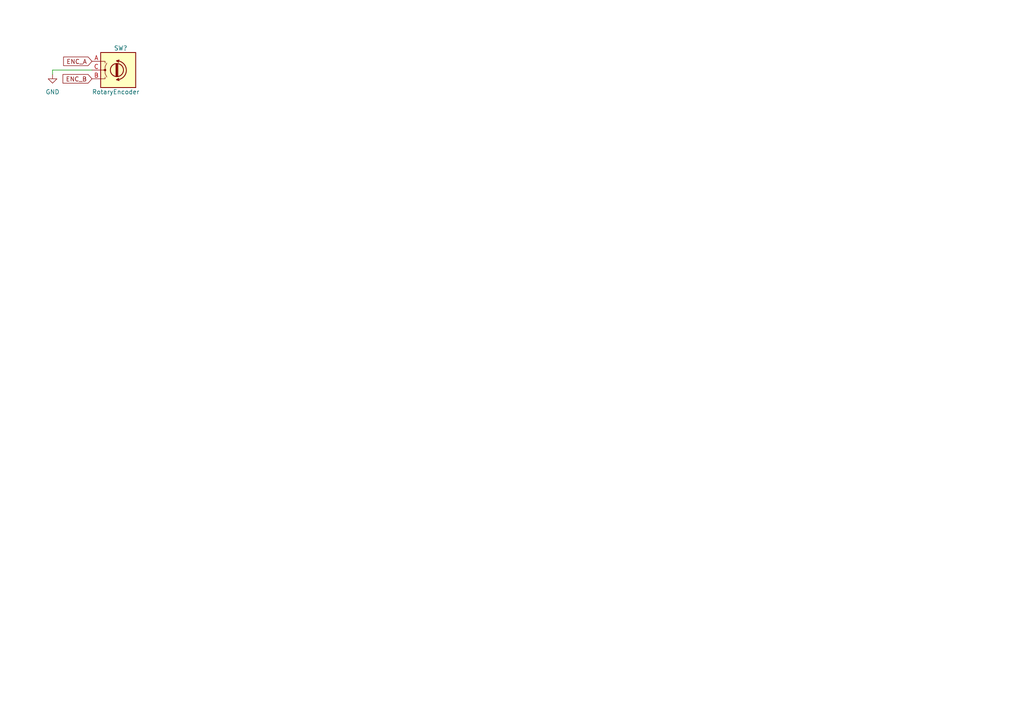
<source format=kicad_sch>
(kicad_sch (version 20211123) (generator eeschema)
  (paper "A4")
  (lib_symbols
    (symbol "Device:RotaryEncoder" (pin_names (offset 0.254) hide)
      (property "Reference" "SW" (at 0 6.604 0))
      (property "Value" "RotaryEncoder" (at 0 -6.604 0))
      (symbol "RotaryEncoder_0_1"
        (rectangle (start -5.08 5.08) (end 5.08 -5.08) (stroke (width 0.254)) (fill (type background)))
        (circle (center -3.81 0) (radius 0.254) (fill (type outline)))
        (arc (start -0.381 -2.794) (mid 2.3622 -0.0508) (end -0.381 2.667) (stroke (width 0.254)))
        (circle (center -0.381 0) (radius 1.905) (stroke (width 0.254)))
        (polyline (pts (xy -0.635 -1.778) (xy -0.635 1.778)) (stroke (width 0.254)))
        (polyline (pts (xy -0.381 -1.778) (xy -0.381 1.778)) (stroke (width 0.254)))
        (polyline (pts (xy -0.127 1.778) (xy -0.127 -1.778)) (stroke (width 0.254)))
        (polyline (pts (xy -5.08 -2.54) (xy -3.81 -2.54) (xy -3.81 -2.032)))
        (polyline (pts (xy -5.08 2.54) (xy -3.81 2.54) (xy -3.81 2.032)))
        (polyline (pts (xy 0.254 -3.048) (xy -0.508 -2.794) (xy 0.127 -2.413)) (stroke (width 0.254)))
        (polyline (pts (xy 0.254 2.921) (xy -0.508 2.667) (xy 0.127 2.286)) (stroke (width 0.254)))
        (polyline (pts (xy -5.08 0) (xy -3.81 0) (xy -3.81 -1.016) (xy -3.302 -2.032)))
        (polyline (pts (xy -4.318 0) (xy -3.81 0) (xy -3.81 1.016) (xy -3.302 2.032)))
      )
      (symbol "RotaryEncoder_1_1"
        (pin passive line (at -7.62 2.54 0) (length 2.54) (name "A") (number "A"))
        (pin passive line (at -7.62 -2.54 0) (length 2.54) (name "B") (number "B"))
        (pin passive line (at -7.62 0 0) (length 2.54) (name "C") (number "C"))
      )
    )
    (symbol "power:GND" (power) (pin_names (offset 0))
      (property "Value" "GND" (at 0 -3.81 0))
      (symbol "GND_0_1"
        (polyline (pts (xy 0 0) (xy 0 -1.27) (xy 1.27 -1.27) (xy 0 -2.54) (xy -1.27 -1.27) (xy 0 -1.27)))
      )
      (symbol "GND_1_1"
        (pin power_in line (at 0 0 270) (length 0) hide (name "GND") (number "1"))
      )
    )
  )
  (wire (pts (xy 26.67 20.32) (xy 15.24 20.32)))
  (wire (pts (xy 15.24 20.32) (xy 15.24 21.59)))
  (global_label "ENC_B" (shape input) (at 26.67 22.86 180) (property "Intersheet References" "${INTERSHEET_REFS}" (at 18.2698 22.7806 0) (effects (justify right))))
  (global_label "ENC_A" (shape input) (at 26.67 17.78 180) (property "Intersheet References" "${INTERSHEET_REFS}" (at 18.4512 17.7006 0) (effects (justify right))))
  (symbol (lib_id "Device:RotaryEncoder") (at 34.29 20.32 0) (unit 1)
    (property "Reference" "SW?" (at 33.02 13.97 0) (effects (justify left)))
    (property "Value" "RotaryEncoder" (at 26.67 26.67 0) (effects (justify left)))
  )
  (symbol (lib_id "power:GND") (at 15.24 21.59 0) (unit 1)
    (property "Reference" "#PWR?" (effects hide))
    (property "Value" "GND" (at 15.24 26.67 0))
  )
)
</source>
